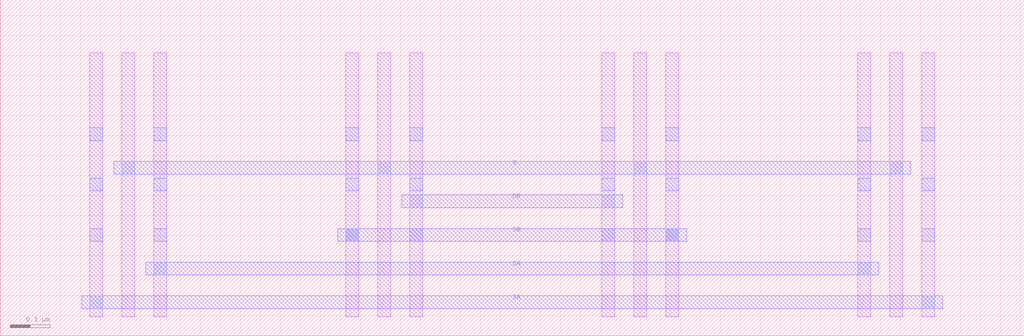
<source format=lef>
MACRO CMC_PMOS_n12_X2_Y1
  ORIGIN 0 0 ;
  FOREIGN CMC_PMOS_n12_X2_Y1 0 0 ;
  SIZE 2.5600 BY 0.8400 ;
  PIN SA
    DIRECTION INOUT ;
    USE SIGNAL ;
    PORT
      LAYER M2 ;
        RECT 0.2040 0.0680 2.3560 0.1000 ;
    END
  END SA
  PIN DA
    DIRECTION INOUT ;
    USE SIGNAL ;
    PORT
      LAYER M2 ;
        RECT 0.3640 0.1520 2.1960 0.1840 ;
    END
  END DA
  PIN SB
    DIRECTION INOUT ;
    USE SIGNAL ;
    PORT
      LAYER M2 ;
        RECT 0.8440 0.2360 1.7160 0.2680 ;
    END
  END SB
  PIN DB
    DIRECTION INOUT ;
    USE SIGNAL ;
    PORT
      LAYER M2 ;
        RECT 1.0040 0.3200 1.5560 0.3520 ;
    END
  END DB
  PIN G
    DIRECTION INOUT ;
    USE SIGNAL ;
    PORT
      LAYER M2 ;
        RECT 0.2840 0.4040 2.2760 0.4360 ;
    END
  END G
  OBS
    LAYER M1 ;
      RECT 0.3040 0.0480 0.3360 0.7080 ;
    LAYER M1 ;
      RECT 2.2240 0.0480 2.2560 0.7080 ;
    LAYER M1 ;
      RECT 0.9440 0.0480 0.9760 0.7080 ;
    LAYER M1 ;
      RECT 1.5840 0.0480 1.6160 0.7080 ;
    LAYER M1 ;
      RECT 0.2240 0.0480 0.2560 0.7080 ;
    LAYER M1 ;
      RECT 2.3040 0.0480 2.3360 0.7080 ;
    LAYER M1 ;
      RECT 0.8640 0.0480 0.8960 0.7080 ;
    LAYER M1 ;
      RECT 1.6640 0.0480 1.6960 0.7080 ;
    LAYER M1 ;
      RECT 0.3840 0.0480 0.4160 0.7080 ;
    LAYER M1 ;
      RECT 2.1440 0.0480 2.1760 0.7080 ;
    LAYER M1 ;
      RECT 1.0240 0.0480 1.0560 0.7080 ;
    LAYER M1 ;
      RECT 1.5040 0.0480 1.5360 0.7080 ;
    LAYER V1 ;
      RECT 0.2240 0.0680 0.2560 0.1000 ;
    LAYER V1 ;
      RECT 2.3040 0.0680 2.3360 0.1000 ;
    LAYER V1 ;
      RECT 0.3840 0.1520 0.4160 0.1840 ;
    LAYER V1 ;
      RECT 2.1440 0.1520 2.1760 0.1840 ;
    LAYER V1 ;
      RECT 0.8640 0.2360 0.8960 0.2680 ;
    LAYER V1 ;
      RECT 1.6640 0.2360 1.6960 0.2680 ;
    LAYER V1 ;
      RECT 1.0240 0.3200 1.0560 0.3520 ;
    LAYER V1 ;
      RECT 1.5040 0.3200 1.5360 0.3520 ;
    LAYER V1 ;
      RECT 0.3040 0.4040 0.3360 0.4360 ;
    LAYER V1 ;
      RECT 2.2240 0.4040 2.2560 0.4360 ;
    LAYER V1 ;
      RECT 0.9440 0.4040 0.9760 0.4360 ;
    LAYER V1 ;
      RECT 1.5840 0.4040 1.6160 0.4360 ;
    LAYER V0 ;
      RECT 0.2240 0.2360 0.2560 0.2680 ;
    LAYER V0 ;
      RECT 0.2240 0.3620 0.2560 0.3940 ;
    LAYER V0 ;
      RECT 0.2240 0.4880 0.2560 0.5200 ;
    LAYER V0 ;
      RECT 2.3040 0.2360 2.3360 0.2680 ;
    LAYER V0 ;
      RECT 2.3040 0.3620 2.3360 0.3940 ;
    LAYER V0 ;
      RECT 2.3040 0.4880 2.3360 0.5200 ;
    LAYER V0 ;
      RECT 0.8640 0.2360 0.8960 0.2680 ;
    LAYER V0 ;
      RECT 0.8640 0.3620 0.8960 0.3940 ;
    LAYER V0 ;
      RECT 0.8640 0.4880 0.8960 0.5200 ;
    LAYER V0 ;
      RECT 1.6640 0.2360 1.6960 0.2680 ;
    LAYER V0 ;
      RECT 1.6640 0.3620 1.6960 0.3940 ;
    LAYER V0 ;
      RECT 1.6640 0.4880 1.6960 0.5200 ;
    LAYER V0 ;
      RECT 0.3840 0.2360 0.4160 0.2680 ;
    LAYER V0 ;
      RECT 0.3840 0.3620 0.4160 0.3940 ;
    LAYER V0 ;
      RECT 0.3840 0.4880 0.4160 0.5200 ;
    LAYER V0 ;
      RECT 2.1440 0.2360 2.1760 0.2680 ;
    LAYER V0 ;
      RECT 2.1440 0.3620 2.1760 0.3940 ;
    LAYER V0 ;
      RECT 2.1440 0.4880 2.1760 0.5200 ;
    LAYER V0 ;
      RECT 1.0240 0.2360 1.0560 0.2680 ;
    LAYER V0 ;
      RECT 1.0240 0.3620 1.0560 0.3940 ;
    LAYER V0 ;
      RECT 1.0240 0.4880 1.0560 0.5200 ;
    LAYER V0 ;
      RECT 1.5040 0.2360 1.5360 0.2680 ;
    LAYER V0 ;
      RECT 1.5040 0.3620 1.5360 0.3940 ;
    LAYER V0 ;
      RECT 1.5040 0.4880 1.5360 0.5200 ;
  END
END CMC_PMOS_n12_X2_Y1

</source>
